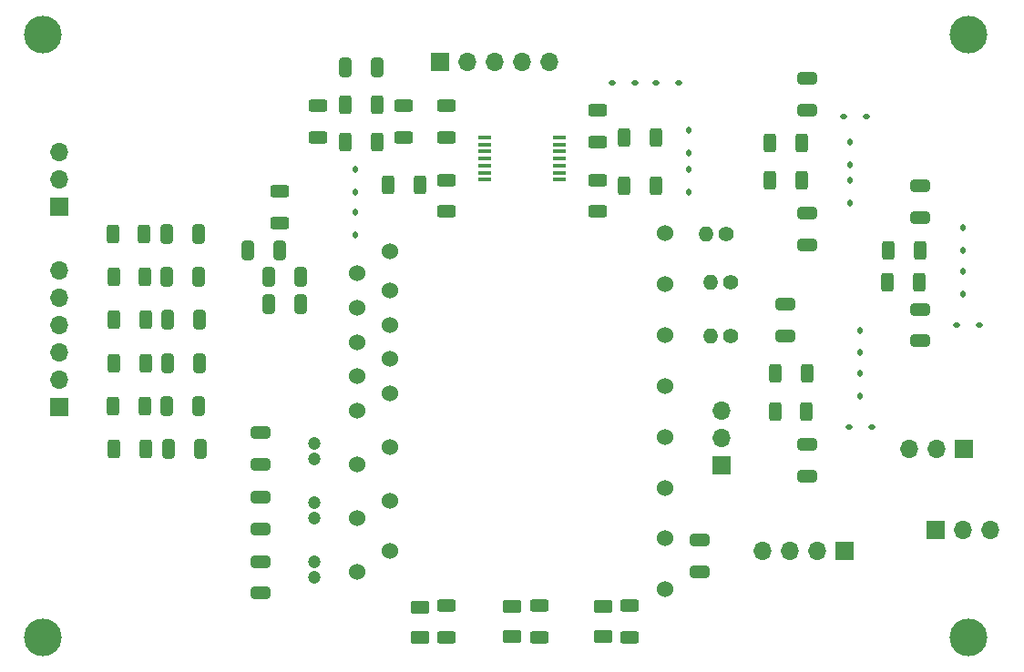
<source format=gbr>
%TF.GenerationSoftware,KiCad,Pcbnew,7.0.9*%
%TF.CreationDate,2024-01-23T23:33:07-05:00*%
%TF.ProjectId,Drive,44726976-652e-46b6-9963-61645f706362,rev?*%
%TF.SameCoordinates,Original*%
%TF.FileFunction,Soldermask,Top*%
%TF.FilePolarity,Negative*%
%FSLAX46Y46*%
G04 Gerber Fmt 4.6, Leading zero omitted, Abs format (unit mm)*
G04 Created by KiCad (PCBNEW 7.0.9) date 2024-01-23 23:33:07*
%MOMM*%
%LPD*%
G01*
G04 APERTURE LIST*
G04 Aperture macros list*
%AMRoundRect*
0 Rectangle with rounded corners*
0 $1 Rounding radius*
0 $2 $3 $4 $5 $6 $7 $8 $9 X,Y pos of 4 corners*
0 Add a 4 corners polygon primitive as box body*
4,1,4,$2,$3,$4,$5,$6,$7,$8,$9,$2,$3,0*
0 Add four circle primitives for the rounded corners*
1,1,$1+$1,$2,$3*
1,1,$1+$1,$4,$5*
1,1,$1+$1,$6,$7*
1,1,$1+$1,$8,$9*
0 Add four rect primitives between the rounded corners*
20,1,$1+$1,$2,$3,$4,$5,0*
20,1,$1+$1,$4,$5,$6,$7,0*
20,1,$1+$1,$6,$7,$8,$9,0*
20,1,$1+$1,$8,$9,$2,$3,0*%
G04 Aperture macros list end*
%ADD10RoundRect,0.250000X-0.312500X-0.625000X0.312500X-0.625000X0.312500X0.625000X-0.312500X0.625000X0*%
%ADD11R,1.700000X1.700000*%
%ADD12O,1.700000X1.700000*%
%ADD13RoundRect,0.112500X0.112500X-0.187500X0.112500X0.187500X-0.112500X0.187500X-0.112500X-0.187500X0*%
%ADD14RoundRect,0.250000X-0.625000X0.312500X-0.625000X-0.312500X0.625000X-0.312500X0.625000X0.312500X0*%
%ADD15C,1.200000*%
%ADD16RoundRect,0.250000X-0.325000X-0.650000X0.325000X-0.650000X0.325000X0.650000X-0.325000X0.650000X0*%
%ADD17RoundRect,0.112500X0.187500X0.112500X-0.187500X0.112500X-0.187500X-0.112500X0.187500X-0.112500X0*%
%ADD18RoundRect,0.250000X0.312500X0.625000X-0.312500X0.625000X-0.312500X-0.625000X0.312500X-0.625000X0*%
%ADD19C,1.400000*%
%ADD20O,1.400000X1.400000*%
%ADD21RoundRect,0.250000X0.650000X-0.325000X0.650000X0.325000X-0.650000X0.325000X-0.650000X-0.325000X0*%
%ADD22RoundRect,0.250000X-0.625000X0.375000X-0.625000X-0.375000X0.625000X-0.375000X0.625000X0.375000X0*%
%ADD23RoundRect,0.250000X-0.650000X0.325000X-0.650000X-0.325000X0.650000X-0.325000X0.650000X0.325000X0*%
%ADD24RoundRect,0.250000X0.625000X-0.312500X0.625000X0.312500X-0.625000X0.312500X-0.625000X-0.312500X0*%
%ADD25C,3.500000*%
%ADD26RoundRect,0.112500X-0.187500X-0.112500X0.187500X-0.112500X0.187500X0.112500X-0.187500X0.112500X0*%
%ADD27RoundRect,0.250000X0.325000X0.650000X-0.325000X0.650000X-0.325000X-0.650000X0.325000X-0.650000X0*%
%ADD28RoundRect,0.112500X-0.112500X0.187500X-0.112500X-0.187500X0.112500X-0.187500X0.112500X0.187500X0*%
%ADD29C,1.524000*%
%ADD30R,1.200000X0.400000*%
G04 APERTURE END LIST*
D10*
%TO.C,R3*%
X117575000Y-61000000D03*
X120500000Y-61000000D03*
%TD*%
D11*
%TO.C,J_Control1*%
X91000000Y-89080000D03*
D12*
X91000000Y-86540000D03*
X91000000Y-84000000D03*
X91000000Y-81460000D03*
X91000000Y-78920000D03*
X91000000Y-76380000D03*
%TD*%
D13*
%TO.C,D7*%
X164462500Y-70100000D03*
X164462500Y-68000000D03*
%TD*%
D10*
%TO.C,R21*%
X157575000Y-86000000D03*
X160500000Y-86000000D03*
%TD*%
D13*
%TO.C,D12*%
X165425000Y-84050000D03*
X165425000Y-81950000D03*
%TD*%
D14*
%TO.C,R14*%
X127000000Y-68000000D03*
X127000000Y-70925000D03*
%TD*%
D15*
%TO.C,C10*%
X114700000Y-99455000D03*
X114700000Y-97955000D03*
%TD*%
D13*
%TO.C,D10*%
X174962500Y-74500000D03*
X174962500Y-72400000D03*
%TD*%
D16*
%TO.C,C6*%
X101000000Y-77000000D03*
X103950000Y-77000000D03*
%TD*%
D11*
%TO.C,U15-5*%
X175025000Y-93000000D03*
D12*
X172485000Y-93000000D03*
X169945000Y-93000000D03*
%TD*%
D10*
%TO.C,R16*%
X117575000Y-64450000D03*
X120500000Y-64450000D03*
%TD*%
D17*
%TO.C,D15*%
X166012500Y-62050000D03*
X163912500Y-62050000D03*
%TD*%
D18*
%TO.C,R15*%
X146425000Y-68500000D03*
X143500000Y-68500000D03*
%TD*%
D19*
%TO.C,R26*%
X153405000Y-77500000D03*
D20*
X151505000Y-77500000D03*
%TD*%
D17*
%TO.C,D14*%
X176512500Y-81500000D03*
X174412500Y-81500000D03*
%TD*%
D21*
%TO.C,C20*%
X160462500Y-61500000D03*
X160462500Y-58550000D03*
%TD*%
D18*
%TO.C,R8*%
X99000000Y-85000000D03*
X96075000Y-85000000D03*
%TD*%
D19*
%TO.C,R27*%
X153000000Y-73000000D03*
D20*
X151100000Y-73000000D03*
%TD*%
D22*
%TO.C,D17*%
X141500000Y-107675000D03*
X141500000Y-110475000D03*
%TD*%
D23*
%TO.C,C23*%
X150500000Y-101500000D03*
X150500000Y-104450000D03*
%TD*%
D24*
%TO.C,R1*%
X141000000Y-64425000D03*
X141000000Y-61500000D03*
%TD*%
D16*
%TO.C,C4*%
X101050000Y-85000000D03*
X104000000Y-85000000D03*
%TD*%
D25*
%TO.C,H3*%
X89500000Y-110500000D03*
%TD*%
D21*
%TO.C,C14*%
X109700000Y-106405000D03*
X109700000Y-103455000D03*
%TD*%
%TO.C,C16*%
X109700000Y-94430000D03*
X109700000Y-91480000D03*
%TD*%
D11*
%TO.C,J_POWER1*%
X164000000Y-102500000D03*
D12*
X161460000Y-102500000D03*
X158920000Y-102500000D03*
X156380000Y-102500000D03*
%TD*%
D14*
%TO.C,R30*%
X127000000Y-107575000D03*
X127000000Y-110500000D03*
%TD*%
%TO.C,R2*%
X115000000Y-61075000D03*
X115000000Y-64000000D03*
%TD*%
D26*
%TO.C,D1*%
X142400000Y-59000000D03*
X144500000Y-59000000D03*
%TD*%
D18*
%TO.C,R11*%
X98875000Y-73000000D03*
X95950000Y-73000000D03*
%TD*%
D27*
%TO.C,C8*%
X113450000Y-77000000D03*
X110500000Y-77000000D03*
%TD*%
D11*
%TO.C,J3.3*%
X91000000Y-70500000D03*
D12*
X91000000Y-67960000D03*
X91000000Y-65420000D03*
%TD*%
D10*
%TO.C,R18*%
X121575000Y-68450000D03*
X124500000Y-68450000D03*
%TD*%
D25*
%TO.C,H1*%
X89500000Y-54500000D03*
%TD*%
D10*
%TO.C,R24*%
X157500000Y-89500000D03*
X160425000Y-89500000D03*
%TD*%
D14*
%TO.C,R29*%
X144000000Y-107575000D03*
X144000000Y-110500000D03*
%TD*%
D21*
%TO.C,C19*%
X158500000Y-82500000D03*
X158500000Y-79550000D03*
%TD*%
D13*
%TO.C,D11*%
X165425000Y-88050000D03*
X165425000Y-85950000D03*
%TD*%
D27*
%TO.C,C12*%
X113450000Y-79500000D03*
X110500000Y-79500000D03*
%TD*%
D11*
%TO.C,J_Current1*%
X126380000Y-57000000D03*
D12*
X128920000Y-57000000D03*
X131460000Y-57000000D03*
X134000000Y-57000000D03*
X136540000Y-57000000D03*
%TD*%
D13*
%TO.C,D5*%
X118500000Y-73100000D03*
X118500000Y-71000000D03*
%TD*%
D21*
%TO.C,C15*%
X109700000Y-100405000D03*
X109700000Y-97455000D03*
%TD*%
D14*
%TO.C,R5*%
X141000000Y-68000000D03*
X141000000Y-70925000D03*
%TD*%
D21*
%TO.C,C18*%
X170962500Y-71500000D03*
X170962500Y-68550000D03*
%TD*%
D23*
%TO.C,C21*%
X170962500Y-80000000D03*
X170962500Y-82950000D03*
%TD*%
D16*
%TO.C,C7*%
X101000000Y-73000000D03*
X103950000Y-73000000D03*
%TD*%
D18*
%TO.C,R7*%
X98925000Y-89000000D03*
X96000000Y-89000000D03*
%TD*%
D22*
%TO.C,D16*%
X133100000Y-107675000D03*
X133100000Y-110475000D03*
%TD*%
D27*
%TO.C,C17*%
X111500000Y-74500000D03*
X108550000Y-74500000D03*
%TD*%
D18*
%TO.C,R12*%
X146425000Y-64000000D03*
X143500000Y-64000000D03*
%TD*%
%TO.C,R10*%
X98950000Y-77000000D03*
X96025000Y-77000000D03*
%TD*%
D11*
%TO.C,M1*%
X152500000Y-94525000D03*
D12*
X152500000Y-91985000D03*
X152500000Y-89445000D03*
%TD*%
D28*
%TO.C,D4*%
X149500000Y-67000000D03*
X149500000Y-69100000D03*
%TD*%
D10*
%TO.C,R22*%
X157037500Y-64550000D03*
X159962500Y-64550000D03*
%TD*%
D14*
%TO.C,R17*%
X123000000Y-61075000D03*
X123000000Y-64000000D03*
%TD*%
D15*
%TO.C,C9*%
X114700000Y-104955000D03*
X114700000Y-103455000D03*
%TD*%
D23*
%TO.C,C13*%
X160462500Y-71100000D03*
X160462500Y-74050000D03*
%TD*%
D24*
%TO.C,R4*%
X111500000Y-72000000D03*
X111500000Y-69075000D03*
%TD*%
D14*
%TO.C,R28*%
X135600000Y-107575000D03*
X135600000Y-110500000D03*
%TD*%
D15*
%TO.C,C11*%
X114700000Y-93955000D03*
X114700000Y-92455000D03*
%TD*%
D19*
%TO.C,R25*%
X153400000Y-82500000D03*
D20*
X151500000Y-82500000D03*
%TD*%
D23*
%TO.C,C22*%
X160500000Y-92550000D03*
X160500000Y-95500000D03*
%TD*%
D10*
%TO.C,R20*%
X168037500Y-74500000D03*
X170962500Y-74500000D03*
%TD*%
D29*
%TO.C,U1-IGCM04F60GAXKMA1*%
X118700000Y-104455000D03*
X121700000Y-102455000D03*
X118700000Y-99455000D03*
X121700000Y-97855000D03*
X118700000Y-94455000D03*
X121700000Y-92855000D03*
X118700000Y-89455000D03*
X121700000Y-87855000D03*
X118700000Y-86255000D03*
X121700000Y-84655000D03*
X118700000Y-83055000D03*
X121700000Y-81455000D03*
X118700000Y-79855000D03*
X121700000Y-78255000D03*
X118700000Y-76655000D03*
X121700000Y-74655000D03*
X147300000Y-72945000D03*
X147300000Y-77675000D03*
X147300000Y-82405000D03*
X147300000Y-87135000D03*
X147300000Y-91865000D03*
X147300000Y-96595000D03*
X147300000Y-101325000D03*
X147300000Y-106055000D03*
%TD*%
D25*
%TO.C,H2*%
X175500000Y-54500000D03*
%TD*%
D13*
%TO.C,D9*%
X174962500Y-78600000D03*
X174962500Y-76500000D03*
%TD*%
D18*
%TO.C,R9*%
X99000000Y-81000000D03*
X96075000Y-81000000D03*
%TD*%
D13*
%TO.C,D6*%
X118500000Y-69100000D03*
X118500000Y-67000000D03*
%TD*%
D27*
%TO.C,C1*%
X120500000Y-57500000D03*
X117550000Y-57500000D03*
%TD*%
D22*
%TO.C,D18*%
X124500000Y-107700000D03*
X124500000Y-110500000D03*
%TD*%
D25*
%TO.C,H4*%
X175500000Y-110500000D03*
%TD*%
D28*
%TO.C,D3*%
X149500000Y-63400000D03*
X149500000Y-65500000D03*
%TD*%
D13*
%TO.C,D8*%
X164462500Y-66562500D03*
X164462500Y-64462500D03*
%TD*%
D16*
%TO.C,C3*%
X101000000Y-89000000D03*
X103950000Y-89000000D03*
%TD*%
%TO.C,C5*%
X101050000Y-81000000D03*
X104000000Y-81000000D03*
%TD*%
D11*
%TO.C,U30-15*%
X172460000Y-100500000D03*
D12*
X175000000Y-100500000D03*
X177540000Y-100500000D03*
%TD*%
D10*
%TO.C,R19*%
X157037500Y-68050000D03*
X159962500Y-68050000D03*
%TD*%
D24*
%TO.C,R13*%
X127000000Y-64000000D03*
X127000000Y-61075000D03*
%TD*%
D17*
%TO.C,D13*%
X166475000Y-91000000D03*
X164375000Y-91000000D03*
%TD*%
D16*
%TO.C,C2*%
X101125000Y-93000000D03*
X104075000Y-93000000D03*
%TD*%
D30*
%TO.C,U2*%
X130550000Y-64050000D03*
X130550000Y-64700000D03*
X130550000Y-65350000D03*
X130550000Y-66000000D03*
X130550000Y-66650000D03*
X130550000Y-67300000D03*
X130550000Y-67950000D03*
X137450000Y-67950000D03*
X137450000Y-67300000D03*
X137450000Y-66650000D03*
X137450000Y-66000000D03*
X137450000Y-65350000D03*
X137450000Y-64700000D03*
X137450000Y-64050000D03*
%TD*%
D18*
%TO.C,R6*%
X99000000Y-93000000D03*
X96075000Y-93000000D03*
%TD*%
D10*
%TO.C,R23*%
X167962500Y-77500000D03*
X170887500Y-77500000D03*
%TD*%
D26*
%TO.C,D2*%
X146450000Y-59000000D03*
X148550000Y-59000000D03*
%TD*%
M02*

</source>
